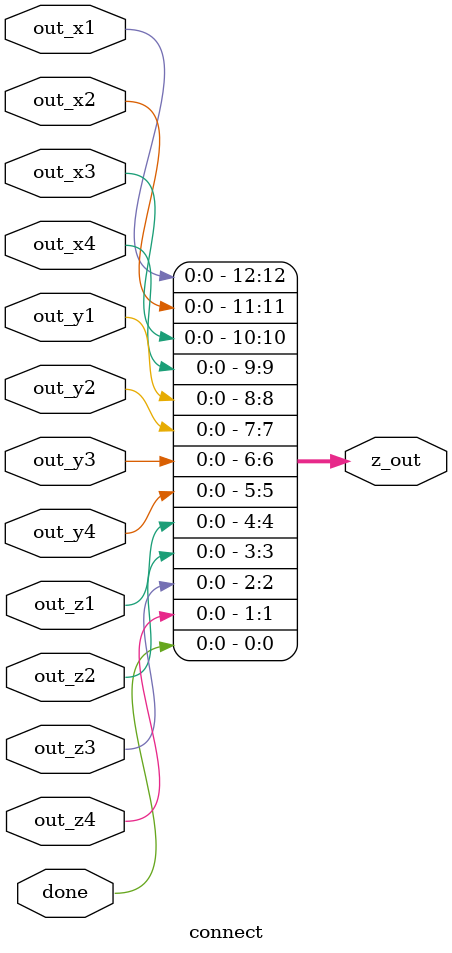
<source format=v>
module connect(out_x1,out_x2,out_x3,out_x4,out_y1,out_y2,out_y3,out_y4,out_z1,out_z2,out_z3,out_z4,done,z_out);

input wire out_x1,out_x2,out_x3,out_x4;
input wire out_y1,out_y2,out_y3,out_y4;
input wire out_z1,out_z2,out_z3,out_z4;
input wire done;

output wire [12:0] z_out;
assign z_out = {out_x1,out_x2,out_x3,out_x4,out_y1,out_y2,out_y3,out_y4,out_z1,out_z2,out_z3,out_z4,done};

endmodule
</source>
